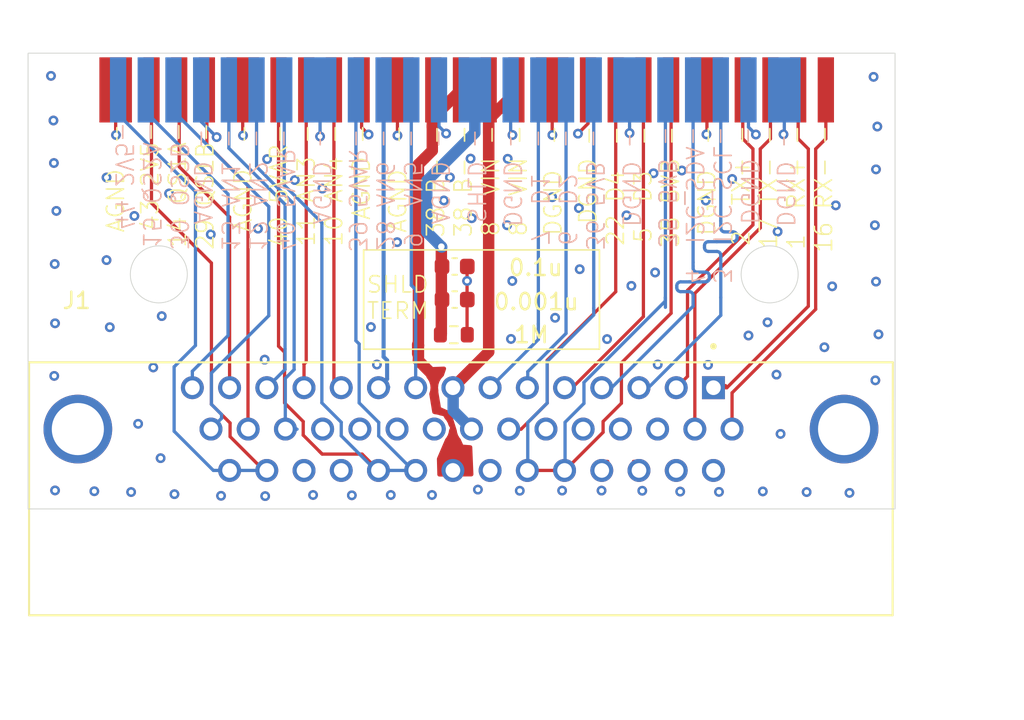
<source format=kicad_pcb>
(kicad_pcb (version 20240108) (generator "pcbnew") (generator_version "8.0")
  (layers (0 "F.Cu" signal) (1 "In1.Cu" signal) (2 "In2.Cu" signal) (31 "B.Cu" signal) (34 "B.Paste" user) (35 "F.Paste" user) (36 "B.SilkS" user "B.Silkscreen") (37 "F.SilkS" user "F.Silkscreen") (38 "B.Mask" user) (39 "F.Mask" user) (44 "Edge.Cuts" user))
  (net 0 "")
  (net 1 "QS2B-")
  (net 2 "DGND")
  (net 3 "D4")
  (net 4 "QS1B-")
  (net 5 "VIN")
  (net 7 "D3")
  (net 9 "AN6")
  (net 12 "AN1")
  (net 13 "AN3")
  (net 14 "RX-")
  (net 15 "AN4")
  (net 16 "5VAR")
  (net 19 "D1")
  (net 20 "5VBuck")
  (net 21 "AN2")
  (net 22 "AN5")
  (net 24 "TX-")
  (net 27 "D2")
  (net 28 "RX+")
  (net 29 "TX+")
  (net 31 "QS2A-")
  (net 32 "QS1A-")
  (net 33 "SHGND")
  (net 34 "AGND")
  (net 35 "B-")
  (net 36 "2V5AR")
  (net 37 "I2C_SCL")
  (net 38 "I2C_SDA")
  (footprint "Connector_Wire:1x5WirePadsBack" (layer "F.Cu") (at 181.4 56.85 180)
    (property "Reference" "J7" (hide yes))
    (property "Value" "Conn_01x05")
    (pad "1" smd rect (at -2.55 0 180) (size 1 4) (layers "B.Cu" "B.Paste" "B.Mask") (net 34 "AGND"))
    (pad "2" smd rect (at -0.85 0 180) (size 1 4) (layers "B.Cu" "B.Paste" "B.Mask") (net 22 "AN5"))
    (pad "3" smd rect (at 0.85 0 180) (size 1 4) (layers "B.Cu" "B.Paste" "B.Mask") (net 15 "AN4"))
    (pad "4" smd rect (at 2.55 0 180) (size 1 4) (layers "B.Cu" "B.Paste" "B.Mask") (net 16 "5VAR"))
    (pad "5" smd rect (at 0 0 180) (size 2 4) (layers "F.Cu" "F.Paste" "F.Mask") (net 34 "AGND"))
  )
  (footprint "Connector_Wire:1x7WirePads" (layer "F.Cu") (at 167.15 56.851)
    (property "Reference" "J4" (hide yes))
    (property "Value" "Conn_01x07")
    (pad "1" smd rect (at 2.55 0) (size 1 4) (layers "F.Cu" "F.Paste" "F.Mask") (net 4 "QS1B-"))
    (pad "2" smd rect (at 0.85 0) (size 1 4) (layers "F.Cu" "F.Paste" "F.Mask") (net 32 "QS1A-"))
    (pad "3" smd rect (at -0.85 0) (size 1 4) (layers "F.Cu" "F.Paste" "F.Mask") (net 36 "2V5AR"))
    (pad "4" smd rect (at 0.5 0) (size 1 4) (layers "B.Cu" "B.Paste" "B.Mask") (net 1 "QS2B-"))
    (pad "5" smd rect (at -1.2 0) (size 1 4) (layers "B.Cu" "B.Paste" "B.Mask") (net 31 "QS2A-"))
    (pad "6" smd rect (at -2.9 0) (size 1 4) (layers "B.Cu" "B.Paste" "B.Mask") (net 36 "2V5AR"))
    (pad "7" smd rect (at -3.05 0) (size 2 4) (layers "F.Cu" "F.Paste" "F.Mask") (net 34 "AGND"))
  )
  (footprint "Capacitor_SMD:C_0603_1608Metric" (layer "F.Cu") (at 184.912 69.723)
    (property "Reference" "C2" (hide yes))
    (property "Value" "0.001u" (at 5.008 0.137 0) (layer "F.SilkS"))
    (fp_line (start -0.14058 -0.51) (end 0.14058 -0.51) (stroke (width 0.12)) (layer "F.SilkS"))
    (fp_line (start -0.14058 0.51) (end 0.14058 0.51) (stroke (width 0.12)) (layer "F.SilkS"))
    (pad "1" smd roundrect (at -0.775 0) (size 0.9 0.95) (layers "F.Cu" "F.Paste" "F.Mask") (net 33 "SHGND"))
    (pad "2" smd roundrect (at 0.775 0) (size 0.9 0.95) (layers "F.Cu" "F.Paste" "F.Mask") (net 2 "DGND"))
  )
  (footprint "21xt_footprints:AMPHENOL_ICD44S13E4GX00LF" (layer "F.Cu") (at 185.2994 77.6732)
    (property "Reference" "J1" (at -23.59 -7.89 0) (layer "F.SilkS"))
    (property "Value" "Conn_01x44_Socket")
    (fp_line (start -26.515 -4.1) (end 26.515 -4.1) (stroke (width 0.127)) (layer "F.SilkS"))
    (fp_line (start -26.515 11.43) (end -26.515 -4.1) (stroke (width 0.127)) (layer "F.SilkS"))
    (fp_line (start 26.5 11.43) (end -26.515 11.43) (stroke (width 0.127)) (layer "F.SilkS"))
    (fp_line (start 26.515 -4.1) (end 26.5 11.43) (stroke (width 0.127)) (layer "F.SilkS"))
    (fp_circle (center 15.5 -5.08) (end 15.6 -5.08) (stroke (width 0.2)) (fill none) (layer "F.SilkS"))
    (pad "1" thru_hole rect (at 15.5 -2.54) (size 1.408 1.408) (drill 0.9) (layers "*.Cu" "*.Mask") (net 28 "RX+"))
    (pad "2" thru_hole circle (at 13.215 -2.54) (size 1.408 1.408) (drill 0.9) (layers "*.Cu" "*.Mask") (net 29 "TX+"))
    (pad "3" thru_hole circle (at 10.93 -2.54) (size 1.408 1.408) (drill 0.9) (layers "*.Cu" "*.Mask") (net 37 "I2C_SCL"))
    (pad "4" thru_hole circle (at 8.645 -2.54) (size 1.408 1.408) (drill 0.9) (layers "*.Cu" "*.Mask") (net 38 "I2C_SDA"))
    (pad "5" thru_hole circle (at 6.36 -2.54) (size 1.408 1.408) (drill 0.9) (layers "*.Cu" "*.Mask") (net 7 "D3"))
    (pad "6" thru_hole circle (at 4.075 -2.54) (size 1.408 1.408) (drill 0.9) (layers "*.Cu" "*.Mask") (net 27 "D2"))
    (pad "7" thru_hole circle (at 1.79 -2.54) (size 1.408 1.408) (drill 0.9) (layers "*.Cu" "*.Mask") (net 19 "D1"))
    (pad "8" thru_hole circle (at -0.495 -2.54) (size 1.408 1.408) (drill 0.9) (layers "*.Cu" "*.Mask") (net 5 "VIN"))
    (pad "9" thru_hole circle (at -2.78 -2.54) (size 1.408 1.408) (drill 0.9) (layers "*.Cu" "*.Mask") (net 22 "AN5"))
    (pad "10" thru_hole circle (at -5.065 -2.54) (size 1.408 1.408) (drill 0.9) (layers "*.Cu" "*.Mask") (net 15 "AN4"))
    (pad "11" thru_hole circle (at -7.35 -2.54) (size 1.408 1.408) (drill 0.9) (layers "*.Cu" "*.Mask") (net 13 "AN3"))
    (pad "12" thru_hole circle (at -9.635 -2.54) (size 1.408 1.408) (drill 0.9) (layers "*.Cu" "*.Mask") (net 21 "AN2"))
    (pad "13" thru_hole circle (at -11.92 -2.54) (size 1.408 1.408) (drill 0.9) (layers "*.Cu" "*.Mask") (net 12 "AN1"))
    (pad "14" thru_hole circle (at -14.205 -2.54) (size 1.408 1.408) (drill 0.9) (layers "*.Cu" "*.Mask") (net 32 "QS1A-"))
    (pad "15" thru_hole circle (at -16.49 -2.54) (size 1.408 1.408) (drill 0.9) (layers "*.Cu" "*.Mask") (net 31 "QS2A-"))
    (pad "16" thru_hole circle (at 16.6425 0) (size 1.408 1.408) (drill 0.9) (layers "*.Cu" "*.Mask") (net 14 "RX-"))
    (pad "17" thru_hole circle (at 14.3575 0) (size 1.408 1.408) (drill 0.9) (layers "*.Cu" "*.Mask") (net 24 "TX-"))
    (pad "18" thru_hole circle (at 12.0725 0) (size 1.408 1.408) (drill 0.9) (layers "*.Cu" "*.Mask"))
    (pad "19" thru_hole circle (at 9.7875 0) (size 1.408 1.408) (drill 0.9) (layers "*.Cu" "*.Mask"))
    (pad "20" thru_hole circle (at 7.5025 0) (size 1.408 1.408) (drill 0.9) (layers "*.Cu" "*.Mask"))
    (pad "21" thru_hole circle (at 5.2175 0) (size 1.408 1.408) (drill 0.9) (layers "*.Cu" "*.Mask"))
    (pad "22" thru_hole circle (at 2.9325 0) (size 1.408 1.408) (drill 0.9) (layers "*.Cu" "*.Mask") (net 3 "D4"))
    (pad "23" thru_hole circle (at 0.6475 0) (size 1.408 1.408) (drill 0.9) (layers "*.Cu" "*.Mask") (net 5 "VIN"))
    (pad "24" thru_hole circle (at -1.6375 0) (size 1.408 1.408) (drill 0.9) (layers "*.Cu" "*.Mask"))
    (pad "25" thru_hole circle (at -3.9225 0) (size 1.408 1.408) (drill 0.9) (layers "*.Cu" "*.Mask"))
    (pad "26" thru_hole circle (at -6.2075 0) (size 1.408 1.408) (drill 0.9) (layers "*.Cu" "*.Mask"))
    (pad "27" thru_hole circle (at -8.4925 0) (size 1.408 1.408) (drill 0.9) (layers "*.Cu" "*.Mask"))
    (pad "28" thru_hole circle (at -10.7775 0) (size 1.408 1.408) (drill 0.9) (layers "*.Cu" "*.Mask") (net 9 "AN6"))
    (pad "29" thru_hole circle (at -13.0625 0) (size 1.408 1.408) (drill 0.9) (layers "*.Cu" "*.Mask") (net 4 "QS1B-"))
    (pad "30" thru_hole circle (at -15.3475 0) (size 1.408 1.408) (drill 0.9) (layers "*.Cu" "*.Mask") (net 1 "QS2B-"))
    (pad "31" thru_hole circle (at 15.5 2.54) (size 1.408 1.408) (drill 0.9) (layers "*.Cu" "*.Mask"))
    (pad "32" thru_hole circle (at 13.215 2.54) (size 1.408 1.408) (drill 0.9) (layers "*.Cu" "*.Mask"))
    (pad "33" thru_hole circle (at 10.93 2.54) (size 1.408 1.408) (drill 0.9) (layers "*.Cu" "*.Mask") (net 2 "DGND"))
    (pad "34" thru_hole circle (at 8.645 2.54) (size 1.408 1.408) (drill 0.9) (layers "*.Cu" "*.Mask") (net 2 "DGND"))
    (pad "35" thru_hole circle (at 6.36 2.54) (size 1.408 1.408) (drill 0.9) (layers "*.Cu" "*.Mask") (net 20 "5VBuck"))
    (pad "36" thru_hole circle (at 4.075 2.54) (size 1.408 1.408) (drill 0.9) (layers "*.Cu" "*.Mask") (net 20 "5VBuck"))
    (pad "37" thru_hole circle (at 1.79 2.54) (size 1.408 1.408) (drill 0.9) (layers "*.Cu" "*.Mask") (net 2 "DGND"))
    (pad "38" thru_hole circle (at -0.495 2.54) (size 1.408 1.408) (drill 0.9) (layers "*.Cu" "*.Mask") (net 35 "B-"))
    (pad "39" thru_hole circle (at -2.78 2.54) (size 1.408 1.408) (drill 0.9) (layers "*.Cu" "*.Mask") (net 16 "5VAR"))
    (pad "40" thru_hole circle (at -5.065 2.54) (size 1.408 1.408) (drill 0.9) (layers "*.Cu" "*.Mask") (net 16 "5VAR"))
    (pad "41" thru_hole circle (at -7.35 2.54) (size 1.408 1.408) (drill 0.9) (layers "*.Cu" "*.Mask") (net 34 "AGND"))
    (pad "42" thru_hole circle (at -9.635 2.54) (size 1.408 1.408) (drill 0.9) (layers "*.Cu" "*.Mask") (net 34 "AGND"))
    (pad "43" thru_hole circle (at -11.92 2.54) (size 1.408 1.408) (drill 0.9) (layers "*.Cu" "*.Mask") (net 36 "2V5AR"))
    (pad "44" thru_hole circle (at -14.205 2.54) (size 1.408 1.408) (drill 0.9) (layers "*.Cu" "*.Mask") (net 36 "2V5AR"))
    (pad "S1" thru_hole circle (at -23.52 0) (size 4.216 4.216) (drill 3.2) (layers "*.Cu" "*.Mask"))
    (pad "S2" thru_hole circle (at 23.52 0) (size 4.216 4.216) (drill 3.2) (layers "*.Cu" "*.Mask"))
  )
  (footprint "Connector_Wire:1x5WirePadsBack" (layer "F.Cu") (at 171.9 56.85 180)
    (property "Reference" "J9" (hide yes))
    (property "Value" "Conn_01x05")
    (pad "1" smd rect (at -2.55 0 180) (size 1 4) (layers "B.Cu" "B.Paste" "B.Mask") (net 16 "5VAR"))
    (pad "2" smd rect (at -0.85 0 180) (size 1 4) (layers "B.Cu" "B.Paste" "B.Mask") (net 9 "AN6"))
    (pad "3" smd rect (at 0.85 0 180) (size 1 4) (layers "B.Cu" "B.Paste" "B.Mask") (net 12 "AN1"))
    (pad "4" smd rect (at 2.55 0 180) (size 1 4) (layers "B.Cu" "B.Paste" "B.Mask") (net 34 "AGND"))
    (pad "5" smd rect (at 0 0 180) (size 2 4) (layers "F.Cu" "F.Paste" "F.Mask") (net 34 "AGND"))
  )
  (footprint "Connector_Wire:1x5WirePadsFront" (layer "F.Cu") (at 195.65 56.85 180)
    (property "Reference" "J6" (hide yes))
    (property "Value" "Conn_01x05")
    (pad "1" smd rect (at -2.55 0 180) (size 1 4) (layers "F.Cu" "F.Paste" "F.Mask") (net 20 "5VBuck"))
    (pad "2" smd rect (at -0.85 0 180) (size 1 4) (layers "F.Cu" "F.Paste" "F.Mask") (net 7 "D3"))
    (pad "3" smd rect (at 0.85 0 180) (size 1 4) (layers "F.Cu" "F.Paste" "F.Mask") (net 3 "D4"))
    (pad "4" smd rect (at 2.55 0 180) (size 1 4) (layers "F.Cu" "F.Paste" "F.Mask") (net 2 "DGND"))
    (pad "5" smd rect (at 0 0 180) (size 2 4) (layers "B.Cu" "B.Paste" "B.Mask") (net 2 "DGND"))
  )
  (footprint "Connector_Wire:1x5WirePadsBack" (layer "F.Cu") (at 190.9 56.85 180)
    (property "Reference" "J5" (hide yes))
    (property "Value" "Conn_01x05")
    (pad "1" smd rect (at -2.55 0 180) (size 1 4) (layers "B.Cu" "B.Paste" "B.Mask") (net 20 "5VBuck"))
    (pad "2" smd rect (at -0.85 0 180) (size 1 4) (layers "B.Cu" "B.Paste" "B.Mask") (net 27 "D2"))
    (pad "3" smd rect (at 0.85 0 180) (size 1 4) (layers "B.Cu" "B.Paste" "B.Mask") (net 19 "D1"))
    (pad "4" smd rect (at 2.55 0 180) (size 1 4) (layers "B.Cu" "B.Paste" "B.Mask") (net 2 "DGND"))
    (pad "5" smd rect (at 0 0 180) (size 2 4) (layers "F.Cu" "F.Paste" "F.Mask") (net 2 "DGND"))
  )
  (footprint "Resistor_SMD:R_0603_1608Metric" (layer "F.Cu") (at 184.862 71.882 180)
    (property "Reference" "R1" (hide yes))
    (property "Value" "1M" (at -4.762 0 0) (layer "F.SilkS"))
    (fp_line (start -0.237258 0.5225) (end 0.237258 0.5225) (stroke (width 0.12)) (layer "F.SilkS"))
    (fp_line (start -0.237258 -0.5225) (end 0.237258 -0.5225) (stroke (width 0.12)) (layer "F.SilkS"))
    (pad "1" smd roundrect (at -0.825 0 180) (size 0.8 0.95) (layers "F.Cu" "F.Paste" "F.Mask") (net 2 "DGND"))
    (pad "2" smd roundrect (at 0.825 0 180) (size 0.8 0.95) (layers "F.Cu" "F.Paste" "F.Mask") (net 33 "SHGND"))
  )
  (footprint "Capacitor_SMD:C_0603_1608Metric" (layer "F.Cu") (at 184.912 67.691 180)
    (property "Reference" "C1" (hide yes))
    (property "Value" "0.1u" (at -4.978 -0.069 0) (layer "F.SilkS"))
    (fp_line (start -0.14058 0.51) (end 0.14058 0.51) (stroke (width 0.12)) (layer "F.SilkS"))
    (fp_line (start -0.14058 -0.51) (end 0.14058 -0.51) (stroke (width 0.12)) (layer "F.SilkS"))
    (pad "1" smd roundrect (at -0.775 0 180) (size 0.9 0.95) (layers "F.Cu" "F.Paste" "F.Mask") (net 2 "DGND"))
    (pad "2" smd roundrect (at 0.775 0 180) (size 0.9 0.95) (layers "F.Cu" "F.Paste" "F.Mask") (net 33 "SHGND"))
  )
  (footprint "Connector_Wire:1x5WirePadsBack" (layer "F.Cu") (at 200.4 56.85 180)
    (property "Reference" "J3" (hide yes))
    (property "Value" "Conn_01x05")
    (pad "1" smd rect (at -2.55 0 180) (size 1 4) (layers "B.Cu" "B.Paste" "B.Mask") (net 2 "DGND"))
    (pad "2" smd rect (at -0.85 0 180) (size 1 4) (layers "B.Cu" "B.Paste" "B.Mask") (net 37 "I2C_SCL"))
    (pad "3" smd rect (at 0.85 0 180) (size 1 4) (layers "B.Cu" "B.Paste" "B.Mask") (net 38 "I2C_SDA"))
    (pad "4" smd rect (at 2.55 0 180) (size 1 4) (layers "B.Cu" "B.Paste" "B.Mask") (net 20 "5VBuck"))
    (pad "5" smd rect (at 0 0 180) (size 2 4) (layers "F.Cu" "F.Paste" "F.Mask") (net 2 "DGND"))
  )
  (footprint "Connector_Wire:1x5WirePadsFront" (layer "F.Cu") (at 176.65 56.85 180)
    (property "Reference" "J8" (hide yes))
    (property "Value" "Conn_01x05")
    (pad "1" smd rect (at -2.55 0 180) (size 1 4) (layers "F.Cu" "F.Paste" "F.Mask") (net 34 "AGND"))
    (pad "2" smd rect (at -0.85 0 180) (size 1 4) (layers "F.Cu" "F.Paste" "F.Mask") (net 13 "AN3"))
    (pad "3" smd rect (at 0.85 0 180) (size 1 4) (layers "F.Cu" "F.Paste" "F.Mask") (net 21 "AN2"))
    (pad "4" smd rect (at 2.55 0 180) (size 1 4) (layers "F.Cu" "F.Paste" "F.Mask") (net 16 "5VAR"))
    (pad "5" smd rect (at 0 0 180) (size 2 4) (layers "B.Cu" "B.Paste" "B.Mask") (net 34 "AGND"))
  )
  (footprint "Connector_Wire:1x5WirePadsFront" (layer "F.Cu") (at 205.15 56.85 180)
    (property "Reference" "J2" (hide yes))
    (property "Value" "Conn_01x05")
    (pad "1" smd rect (at -2.55 0 180) (size 1 4) (layers "F.Cu" "F.Paste" "F.Mask") (net 14 "RX-"))
    (pad "2" smd rect (at -0.85 0 180) (size 1 4) (layers "F.Cu" "F.Paste" "F.Mask") (net 28 "RX+"))
    (pad "3" smd rect (at 0.85 0 180) (size 1 4) (layers "F.Cu" "F.Paste" "F.Mask") (net 24 "TX-"))
    (pad "4" smd rect (at 2.55 0 180) (size 1 4) (layers "F.Cu" "F.Paste" "F.Mask") (net 29 "TX+"))
    (pad "5" smd rect (at 0 0 180) (size 2 4) (layers "B.Cu" "B.Paste" "B.Mask") (net 2 "DGND"))
  )
  (footprint "Connector_Wire:1x5WirePadsFront" (layer "F.Cu") (at 186.15 56.85 180)
    (property "Reference" "J10" (hide yes))
    (property "Value" "Conn_01x05")
    (pad "1" smd rect (at -2.55 0 180) (size 1 4) (layers "F.Cu" "F.Paste" "F.Mask") (net 5 "VIN"))
    (pad "2" smd rect (at -0.85 0 180) (size 1 4) (layers "F.Cu" "F.Paste" "F.Mask") (net 5 "VIN"))
    (pad "3" smd rect (at 0.85 0 180) (size 1 4) (layers "F.Cu" "F.Paste" "F.Mask") (net 35 "B-"))
    (pad "4" smd rect (at 2.55 0 180) (size 1 4) (layers "F.Cu" "F.Paste" "F.Mask") (net 35 "B-"))
    (pad "5" smd rect (at 0 0 180) (size 2 4) (layers "B.Cu" "B.Paste" "B.Mask") (net 33 "SHGND"))
  )
  (gr_rect (start 179.324 66.675) (end 193.802 72.771) (stroke (width 0.1)) (fill none) (layer "F.SilkS"))
  (gr_rect (start 158.725 54.5972) (end 211.95 82.575) (stroke (width 0.05)) (fill none) (layer "Edge.Cuts"))
  (gr_circle (center 166.75 68.175) (end 168.5 68.175) (stroke (width 0.05)) (fill none) (layer "Edge.Cuts"))
  (gr_circle (center 204.25 68.175) (end 206 68.175) (stroke (width 0.05)) (fill none) (layer "Edge.Cuts"))
  (gr_text "AGND -\n9  AN5 -\n28 AN6 -\n39 5VAR-" (at 178.325 59.15 270) (layer "B.SilkS") (effects (font (size 1.05 1) (thickness 0.1)) (justify right bottom mirror)))
  (gr_text "40 5VAR-\n12 AN2 -\n13 AN1 -\nAGND -" (at 168.825 59.15 270) (layer "B.SilkS") (effects (font (size 1.05 1) (thickness 0.1)) (justify right bottom mirror)))
  (gr_text "30 QS2B-\n15 QS2A-\n44 2V5-" (at 164 58.75 270) (layer "B.SilkS") (effects (font (size 1.05 1) (thickness 0.1)) (justify right bottom mirror)))
  (gr_text "36 5VB -\n6  D2  -\n7  D1  -\nDGND -" (at 187.825 59.15 270) (layer "B.SilkS") (effects (font (size 1.05 1) (thickness 0.1)) (justify right bottom mirror)))
  (gr_text "DGND -" (at 195.125 59.15 270) (layer "B.SilkS") (effects (font (size 1.05 1) (thickness 0.1)) (justify right bottom mirror)))
  (gr_text "AGND -" (at 176.125 59.15 270) (layer "B.SilkS") (effects (font (size 1.05 1) (thickness 0.1)) (justify right bottom mirror)))
  (gr_text "DGND -\n3  I2C_SCL-\n4  I2C_SDA-\n35 5VB -" (at 197.325 59 270) (layer "B.SilkS") (effects (font (size 1.05 1) (thickness 0.1)) (justify right bottom mirror)))
  (gr_text "SHLD -" (at 185.625 59.15 270) (layer "B.SilkS") (effects (font (size 1.05 1) (thickness 0.1)) (justify right bottom mirror)))
  (gr_text "DGND -" (at 204.6 59.15 270) (layer "B.SilkS") (effects (font (size 1.05 1) (thickness 0.1)) (justify right bottom mirror)))
  (gr_text "DGND -\n22 D4  -\n5  D3  -\n35 5VB -" (at 198.7804 58.9788 90) (layer "F.SilkS") (effects (font (size 1.05 1) (thickness 0.1)) (justify right bottom)))
  (gr_text "AGND  -\n\n" (at 183.7266 58.8948 90) (layer "F.SilkS") (effects (font (size 1.05 1) (thickness 0.1)) (justify right bottom)))
  (gr_text "AGND  -\n\n" (at 174.2266 58.8698 90) (layer "F.SilkS") (effects (font (size 1.05 1) (thickness 0.1)) (justify right bottom)))
  (gr_text "\nAGND  -\n\n" (at 166.4016 58.8698 90) (layer "F.SilkS") (effects (font (size 1.05 1) (thickness 0.1)) (justify right bottom)))
  (gr_text "43 2V5-\n14 QS1A-\n29 QS1B-\n" (at 170.2 58.75 90) (layer "F.SilkS") (effects (font (size 1.05 1) (thickness 0.1)) (justify right bottom)))
  (gr_text "38 B- -\n38 B- -\n8  VIN -\n8  VIN -" (at 189.4332 58.928 90) (layer "F.SilkS") (effects (font (size 1.05 1) (thickness 0.1)) (justify right bottom)))
  (gr_text "DGND  -" (at 191.5668 58.928 90) (layer "F.SilkS") (effects (font (size 1.05 1) (thickness 0.1)) (justify right bottom)))
  (gr_text "40 5VAR-\n11 AN3 -\n10 AN4 -\nAGND -" (at 179.8016 58.8698 90) (layer "F.SilkS") (effects (font (size 1.05 1) (thickness 0.1)) (justify right bottom)))
  (gr_text "DGND  -" (at 201.0156 58.928 90) (layer "F.SilkS") (effects (font (size 1.05 1) (thickness 0.1)) (justify right bottom)))
  (gr_text "2  TX+ -\n17 TX- -\n1  RX+ -\n16 RX- -" (at 208.1784 58.928 90) (layer "F.SilkS") (effects (font (size 1.05 1) (thickness 0.1)) (justify right bottom)))
  (gr_text "SHLD\nTERM" (at 179.451 70.993 0) (layer "F.SilkS") (effects (font (size 1 1) (thickness 0.1)) (justify left bottom)))
  (segment (start 170.6 77.015) (end 170.6 76.775635) (width 0.2) (layer "B.Cu") (net 1))
  (segment (start 170.6 76.775635) (end 169.98 76.155635) (width 0.2) (layer "B.Cu") (net 1))
  (segment (start 173.5 70.7136) (end 173.5 64.012744) (width 0.2) (layer "B.Cu") (net 1))
  (segment (start 169.98 74.2336) (end 173.5 70.7136) (width 0.2) (layer "B.Cu") (net 1))
  (segment (start 169.935 77.68) (end 170.6 77.015) (width 0.2) (layer "B.Cu") (net 1))
  (segment (start 169.98 76.155635) (end 169.98 74.2336) (width 0.2) (layer "B.Cu") (net 1))
  (segment (start 173.5 64.012744) (end 167.65 58.162744) (width 0.2) (layer "B.Cu") (net 1))
  (segment (start 167.65 58.162744) (end 167.65 56.851) (width 0.2) (layer "B.Cu") (net 1))
  (segment (start 190.91 59.62) (end 190.9 59.61) (width 0.2) (layer "F.Cu") (net 2))
  (segment (start 200.4 56.85) (end 200.4 59.55) (width 0.2) (layer "F.Cu") (net 2))
  (segment (start 200.4 59.55) (end 200.37 59.58) (width 0.2) (layer "F.Cu") (net 2))
  (segment (start 196.27 79.66) (end 195.89 79.66) (width 0.2) (layer "F.Cu") (net 2))
  (segment (start 185.674 69.596) (end 185.674 71.755) (width 0.2) (layer "F.Cu") (net 2))
  (segment (start 190.9 59.61) (end 190.9 56.85) (width 0.2) (layer "F.Cu") (net 2))
  (segment (start 185.674 69.596) (end 185.674 68.58) (width 0.2) (layer "F.Cu") (net 2))
  (segment (start 193.1 56.85) (end 193.1 58.9188) (width 0.2) (layer "F.Cu") (net 2))
  (segment (start 193.1 58.9188) (end 192.4812 59.5376) (width 0.2) (layer "F.Cu") (net 2))
  (segment (start 193.98 79.66) (end 194.31 79.66) (width 0.2) (layer "F.Cu") (net 2))
  (segment (start 185.674 68.58) (end 185.674 67.564) (width 0.2) (layer "F.Cu") (net 2))
  (via (at 208.09 68.91) (size 0.6) (drill 0.3) (layers "F.Cu" "B.Cu") (net 2))
  (via (at 190.9 63.44) (size 0.6) (drill 0.3) (layers "F.Cu" "B.Cu") (net 2))
  (via (at 210.74 74.68) (size 0.6) (drill 0.3) (layers "F.Cu" "B.Cu") (net 2))
  (via (at 200.33 63.64) (size 0.6) (drill 0.3) (layers "F.Cu" "B.Cu") (net 2))
  (via (at 210.63 56.05) (size 0.6) (drill 0.3) (layers "F.Cu" "B.Cu") (net 2))
  (via (at 210.71 65.16) (size 0.6) (drill 0.3) (layers "F.Cu" "B.Cu") (net 2))
  (via (at 185.674 68.58) (size 0.6) (drill 0.3) (layers "F.Cu" "B.Cu") (net 2))
  (via (at 192.4812 59.5376) (size 0.6) (drill 0.3) (layers "F.Cu" "B.Cu") (net 2))
  (via (at 204.67 74.33) (size 0.6) (drill 0.3) (layers "F.Cu" "B.Cu") (net 2))
  (via (at 205.1 59.58) (size 0.6) (drill 0.3) (layers "F.Cu" "B.Cu") (net 2))
  (via (at 197.12 61.97) (size 0.6) (drill 0.3) (layers "F.Cu" "B.Cu") (net 2))
  (via (at 200.37 59.58) (size 0.6) (drill 0.3) (layers "F.Cu" "B.Cu") (net 2))
  (via (at 185.89 61.07) (size 0.6) (drill 0.3) (layers "F.Cu" "B.Cu") (net 2))
  (via (at 188.37 72.14) (size 0.6) (drill 0.3) (layers "F.Cu" "B.Cu") (net 2))
  (via (at 204.74 65.55) (size 0.6) (drill 0.3) (layers "F.Cu" "B.Cu") (net 2))
  (via (at 204.12 71.12) (size 0.6) (drill 0.3) (layers "F.Cu" "B.Cu") (net 2))
  (via (at 204.92 77.97) (size 0.6) (drill 0.3) (layers "F.Cu" "B.Cu") (net 2))
  (via (at 206.52 81.54) (size 0.6) (drill 0.3) (layers "F.Cu" "B.Cu") (net 2))
  (via (at 195.65 59.5) (size 0.6) (drill 0.3) (layers "F.Cu" "B.Cu") (net 2))
  (via (at 210.78 61.73) (size 0.6) (drill 0.3) (layers "F.Cu" "B.Cu") (net 2))
  (via (at 188.13 65.16) (size 0.6) (drill 0.3) (layers "F.Cu" "B.Cu") (net 2))
  (via (at 197.22 68.06) (size 0.6) (drill 0.3) (layers "F.Cu" "B.Cu") (net 2))
  (via (at 194.27 72.15) (size 0.6) (drill 0.3) (layers "F.Cu" "B.Cu") (net 2))
  (via (at 198.86 61.8) (size 0.6) (drill 0.3) (layers "F.Cu" "B.Cu") (net 2))
  (via (at 191.08 70.84) (size 0.6) (drill 0.3) (layers "F.Cu" "B.Cu") (net 2))
  (via (at 192.54 64.11) (size 0.6) (drill 0.3) (layers "F.Cu" "B.Cu") (net 2))
  (via (at 198.76 81.51) (size 0.6) (drill 0.3) (layers "F.Cu" "B.Cu") (net 2))
  (via (at 197.38 73.71) (size 0.6) (drill 0.3) (layers "F.Cu" "B.Cu") (net 2))
  (via (at 210.93 71.86) (size 0.6) (drill 0.3) (layers "F.Cu" "B.Cu") (net 2))
  (via (at 209.15 81.59) (size 0.6) (drill 0.3) (layers "F.Cu" "B.Cu") (net 2))
  (via (at 196.43 81.46) (size 0.6) (drill 0.3) (layers "F.Cu" "B.Cu") (net 2))
  (via (at 210.86 59.1) (size 0.6) (drill 0.3) (layers "F.Cu" "B.Cu") (net 2))
  (via (at 185.96 64.73) (size 0.6) (drill 0.3) (layers "F.Cu" "B.Cu") (net 2))
  (via (at 193.93 81.45) (size 0.6) (drill 0.3) (layers "F.Cu" "B.Cu") (net 2))
  (via (at 188.46 59.62) (size 0.6) (drill 0.3) (layers "F.Cu" "B.Cu") (net 2))
  (via (at 186.34 81.39) (size 0.6) (drill 0.3) (layers "F.Cu" "B.Cu") (net 2))
  (via (at 190.91 59.62) (size 0.6) (drill 0.3) (layers "F.Cu" "B.Cu") (net 2))
  (via (at 202.95 71.93) (size 0.6) (drill 0.3) (layers "F.Cu" "B.Cu") (net 2))
  (via (at 203.4032 59.5884) (size 0.6) (drill 0.3) (layers "F.Cu" "B.Cu") (net 2))
  (via (at 203.83 81.5) (size 0.6) (drill 0.3) (layers "F.Cu" "B.Cu") (net 2))
  (via (at 201.14 81.53) (size 0.6) (drill 0.3) (layers "F.Cu" "B.Cu") (net 2))
  (via (at 192.59 67.86) (size 0.6) (drill 0.3) (layers "F.Cu" "B.Cu") (net 2))
  (via (at 195.46 64.55) (size 0.6) (drill 0.3) (layers "F.Cu" "B.Cu") (net 2))
  (via (at 201.95 62.32) (size 0.6) (drill 0.3) (layers "F.Cu" "B.Cu") (net 2))
  (via (at 210.78 68.62) (size 0.6) (drill 0.3) (layers "F.Cu" "B.Cu") (net 2))
  (via (at 188.17 61.08) (size 0.6) (drill 0.3) (layers "F.Cu" "B.Cu") (net 2))
  (via (at 195.76 68.88) (size 0.6) (drill 0.3) (layers "F.Cu" "B.Cu") (net 2))
  (via (at 207.61 72.65) (size 0.6) (drill 0.3) (layers "F.Cu" "B.Cu") (net 2))
  (via (at 188.91 81.46) (size 0.6) (drill 0.3) (layers "F.Cu" "B.Cu") (net 2))
  (via (at 208.31 63.94) (size 0.6) (drill 0.3) (layers "F.Cu" "B.Cu") (net 2))
  (via (at 191.51 81.45) (size 0.6) (drill 0.3) (layers "F.Cu" "B.Cu") (net 2))
  (via (at 188.45 68.58) (size 0.6) (drill 0.3) (layers "F.Cu" "B.Cu") (net 2))
  (via (at 200.47 73.73) (size 0.6) (drill 0.3) (layers "F.Cu" "B.Cu") (net 2))
  (segment (start 195.65 59.4168) (end 195.65 59.5) (width 0.2) (layer "B.Cu") (net 2))
  (segment (start 205.15 59.53) (end 205.1 59.58) (width 0.2) (layer "B.Cu") (net 2))
  (segment (start 195.65 59.4168) (end 195.65 56.85) (width 0.2) (layer "B.Cu") (net 2))
  (segment (start 188.35 59.51) (end 188.46 59.62) (width 0.2) (layer "B.Cu") (net 2))
  (segment (start 205.15 56.85) (end 205.15 59.53) (width 0.2) (layer "B.Cu") (net 2))
  (segment (start 188.35 56.85) (end 188.35 59.51) (width 0.2) (layer "B.Cu") (net 2))
  (segment (start 202.95 59.1352) (end 203.4032 59.5884) (width 0.2) (layer "B.Cu") (net 2))
  (segment (start 202.95 56.85) (end 202.95 59.1352) (width 0.2) (layer "B.Cu") (net 2))
  (segment (start 190.59 76.079365) (end 188.989365 77.68) (width 0.2) (layer "F.Cu") (net 3))
  (segment (start 194.8 56.85) (end 194.8 69.2404) (width 0.2) (layer "F.Cu") (net 3))
  (segment (start 190.59 73.4504) (end 190.59 76.079365) (width 0.2) (layer "F.Cu") (net 3))
  (segment (start 194.8 69.2404) (end 190.59 73.4504) (width 0.2) (layer "F.Cu") (net 3))
  (segment (start 188.989365 77.68) (end 188.255 77.68) (width 0.2) (layer "F.Cu") (net 3))
  (segment (start 169.7 60.2) (end 172.225 62.725) (width 0.2) (layer "F.Cu") (net 4))
  (segment (start 172.225 62.725) (end 172.225 77.68) (width 0.2) (layer "F.Cu") (net 4))
  (segment (start 169.7 56.851) (end 169.7 60.2) (width 0.2) (layer "F.Cu") (net 4))
  (segment (start 188.7 56.85) (end 188.7 56.96) (width 0.7) (layer "F.Cu") (net 5))
  (segment (start 187 58.66) (end 187 59.49) (width 0.7) (layer "F.Cu") (net 5))
  (segment (start 187 63.5) (end 187 56.85) (width 0.7) (layer "F.Cu") (net 5))
  (segment (start 187 63.5) (end 187 59.49) (width 0.7) (layer "F.Cu") (net 5))
  (segment (start 188.7 56.96) (end 187 58.66) (width 0.7) (layer "F.Cu") (net 5))
  (segment (start 187 72.9376) (end 184.8044 75.1332) (width 0.7) (layer "F.Cu") (net 5))
  (segment (start 187 72.5932) (end 187 72.9376) (width 0.7) (layer "F.Cu") (net 5))
  (segment (start 187 72.5932) (end 187 63.5) (width 0.7) (layer "F.Cu") (net 5))
  (segment (start 187 59.49) (end 187 58.55) (width 0.7) (layer "F.Cu") (net 5))
  (segment (start 184.82 76.535) (end 184.82 75.7) (width 0.7) (layer "B.Cu") (net 5))
  (segment (start 185.965 77.68) (end 184.82 76.535) (width 0.7) (layer "B.Cu") (net 5))
  (segment (start 196.5 56.85) (end 196.5 70.768529) (width 0.2) (layer "F.Cu") (net 7))
  (segment (start 192.135329 75.1332) (end 191.6594 75.1332) (width 0.2) (layer "F.Cu") (net 7))
  (segment (start 196.5 70.768529) (end 192.135329 75.1332) (width 0.2) (layer "F.Cu") (net 7))
  (segment (start 175.0568 74.021486) (end 175.0568 63.872486) (width 0.2) (layer "B.Cu") (net 9))
  (segment (start 172.75 61.565686) (end 172.75 56.85) (width 0.2) (layer "B.Cu") (net 9))
  (segment (start 175.235635 77.68) (end 174.515 77.68) (width 0.2) (layer "B.Cu") (net 9))
  (segment (start 175.0568 63.872486) (end 172.75 61.565686) (width 0.2) (layer "B.Cu") (net 9))
  (segment (start 174.515 74.563286) (end 175.0568 74.021486) (width 0.2) (layer "B.Cu") (net 9))
  (segment (start 174.515 77.68) (end 174.515 74.563286) (width 0.2) (layer "B.Cu") (net 9))
  (segment (start 171.05 60.431372) (end 171.05 56.85) (width 0.2) (layer "B.Cu") (net 12))
  (segment (start 174.5 72.7456) (end 174.5 63.881372) (width 0.2) (layer "B.Cu") (net 12))
  (segment (start 173.3794 75.1332) (end 174.5 74.0126) (width 0.2) (layer "B.Cu") (net 12))
  (segment (start 174.5 74.0126) (end 174.5 72.7456) (width 0.2) (layer "B.Cu") (net 12))
  (segment (start 174.5 63.881372) (end 171.05 60.431372) (width 0.2) (layer "B.Cu") (net 12))
  (segment (start 177.5 56.85) (end 177.5 74.6838) (width 0.2) (layer "F.Cu") (net 13))
  (segment (start 177.5 74.6838) (end 177.9494 75.1332) (width 0.2) (layer "F.Cu") (net 13))
  (segment (start 177.5 75.25) (end 177.95 75.7) (width 0.25) (layer "F.Cu") (net 13))
  (segment (start 207.075 60.475001) (end 207.075 70.318299) (width 0.2) (layer "F.Cu") (net 14))
  (segment (start 207.7 56.85) (end 207.7 59.850001) (width 0.2) (layer "F.Cu") (net 14))
  (segment (start 207.075 70.318299) (end 201.9419 75.451399) (width 0.2) (layer "F.Cu") (net 14))
  (segment (start 201.9419 75.451399) (end 201.9419 77.6732) (width 0.2) (layer "F.Cu") (net 14))
  (segment (start 207.7 59.850001) (end 207.075 60.475001) (width 0.2) (layer "F.Cu") (net 14))
  (segment (start 180.765 74.6026) (end 180.2344 75.1332) (width 0.25) (layer "B.Cu") (net 15))
  (segment (start 180.765 73.451116) (end 180.765 74.6026) (width 0.25) (layer "B.Cu") (net 15))
  (segment (start 180.55 56.85) (end 180.55 73.236116) (width 0.25) (layer "B.Cu") (net 15))
  (segment (start 180.55 73.236116) (end 180.765 73.451116) (width 0.25) (layer "B.Cu") (net 15))
  (segment (start 180.24 75.7) (end 180.838058 75.101942) (width 0.25) (layer "B.Cu") (net 15))
  (segment (start 176.597483 79.028117) (end 175.615 78.045635) (width 0.2) (layer "F.Cu") (net 16))
  (segment (start 176.778566 79.2092) (end 176.597483 79.028117) (width 0.2) (layer "F.Cu") (net 16))
  (segment (start 174.1 72.584365) (end 174.1 56.85) (width 0.2) (layer "F.Cu") (net 16))
  (segment (start 179.2304 79.2092) (end 176.778566 79.2092) (width 0.2) (layer "F.Cu") (net 16))
  (segment (start 180.2344 80.2132) (end 179.2304 79.2092) (width 0.2) (layer "F.Cu") (net 16))
  (segment (start 174.47 72.954365) (end 174.1 72.584365) (width 0.2) (layer "F.Cu") (net 16))
  (segment (start 175.615 78.045635) (end 175.615 77.210635) (width 0.2) (layer "F.Cu") (net 16))
  (segment (start 174.47 76.065635) (end 174.47 72.954365) (width 0.2) (layer "F.Cu") (net 16))
  (segment (start 176.76 79.190635) (end 176.597483 79.028117) (width 0.2) (layer "F.Cu") (net 16))
  (segment (start 175.615 77.210635) (end 174.47 76.065635) (width 0.2) (layer "F.Cu") (net 16))
  (segment (start 174.45 62.7) (end 174.45 56.85) (width 0.2) (layer "B.Cu") (net 16))
  (segment (start 179.05 76.065635) (end 179.05 72.45) (width 0.2) (layer "B.Cu") (net 16))
  (segment (start 180.25 78.100635) (end 180.25 77.265635) (width 0.2) (layer "B.Cu") (net 16))
  (segment (start 180.072565 80.2132) (end 180.2344 80.2132) (width 0.2) (layer "B.Cu") (net 16))
  (segment (start 180.2344 80.2132) (end 182.5194 80.2132) (width 0.2) (layer "B.Cu") (net 16))
  (segment (start 182.362565 80.2132) (end 182.5194 80.2132) (width 0.2) (layer "B.Cu") (net 16))
  (segment (start 177.95 77.255635) (end 176.76 76.065635) (width 0.2) (layer "B.Cu") (net 16))
  (segment (start 180.25 77.265635) (end 179.05 76.065635) (width 0.2) (layer "B.Cu") (net 16))
  (segment (start 177.95 78.090635) (end 180.072565 80.2132) (width 0.2) (layer "B.Cu") (net 16))
  (segment (start 178.85 72.25) (end 179.05 72.45) (width 0.2) (layer "B.Cu") (net 16))
  (segment (start 178.85 56.85) (end 178.85 72.25) (width 0.2) (layer "B.Cu") (net 16))
  (segment (start 176.76 76.065635) (end 176.76 65.01) (width 0.2) (layer "B.Cu") (net 16))
  (segment (start 176.76 65.01) (end 174.45 62.7) (width 0.2) (layer "B.Cu") (net 16))
  (segment (start 180.25 78.100635) (end 182.362565 80.2132) (width 0.2) (layer "B.Cu") (net 16))
  (segment (start 177.95 78.090635) (end 177.95 77.255635) (width 0.2) (layer "B.Cu") (net 16))
  (segment (start 190.05 71.2216) (end 190.05 56.85) (width 0.2) (layer "B.Cu") (net 19))
  (segment (start 190.05 72.1726) (end 190.05 71.2216) (width 0.2) (layer "B.Cu") (net 19))
  (segment (start 187.0894 75.1332) (end 190.05 72.1726) (width 0.2) (layer "B.Cu") (net 19))
  (segment (start 189.3744 80.2132) (end 191.6594 80.2132) (width 0.2) (layer "F.Cu") (net 20))
  (segment (start 194.025 77.869971) (end 194.025 77.210635) (width 0.2) (layer "F.Cu") (net 20))
  (segment (start 191.681771 80.2132) (end 194.025 77.869971) (width 0.2) (layer "F.Cu") (net 20))
  (segment (start 191.6594 80.2132) (end 191.681771 80.2132) (width 0.2) (layer "F.Cu") (net 20))
  (segment (start 195.15 76.085635) (end 195.15 73.6112) (width 0.2) (layer "F.Cu") (net 20))
  (segment (start 198.2 70.5612) (end 198.2 56.85) (width 0.2) (layer "F.Cu") (net 20))
  (segment (start 195.15 73.6112) (end 198.2 70.5612) (width 0.2) (layer "F.Cu") (net 20))
  (segment (start 194.025 77.210635) (end 195.15 76.085635) (width 0.2) (layer "F.Cu") (net 20))
  (segment (start 197.85 69.596) (end 197.85 69.807729) (width 0.2) (layer "B.Cu") (net 20))
  (segment (start 197.85 69.807729) (end 192.85 74.807729) (width 0.2) (layer "B.Cu") (net 20))
  (segment (start 197.85 69.596) (end 197.85 56.85) (width 0.2) (layer "B.Cu") (net 20))
  (segment (start 190.59 73.525686) (end 193.45 70.665686) (width 0.2) (layer "B.Cu") (net 20))
  (segment (start 190.59 76.079365) (end 190.59 73.525686) (width 0.2) (layer "B.Cu") (net 20))
  (segment (start 193.45 70.665686) (end 193.45 70.2564) (width 0.2) (layer "B.Cu") (net 20))
  (segment (start 191.69 77.255635) (end 191.69 79.66) (width 0.2) (layer "B.Cu") (net 20))
  (segment (start 189.4 77.269365) (end 190.59 76.079365) (width 0.2) (layer "B.Cu") (net 20))
  (segment (start 197.85 70.2) (end 197.85 69.596) (width 0.2) (layer "B.Cu") (net 20))
  (segment (start 192.85 76.095635) (end 191.69 77.255635) (width 0.2) (layer "B.Cu") (net 20))
  (segment (start 192.85 74.807729) (end 192.85 76.095635) (width 0.2) (layer "B.Cu") (net 20))
  (segment (start 193.45 70.2564) (end 193.45 56.85) (width 0.2) (layer "B.Cu") (net 20))
  (segment (start 189.4 79.66) (end 189.4 77.269365) (width 0.2) (layer "B.Cu") (net 20))
  (segment (start 175.8 73.55) (end 175.66 73.69) (width 0.2) (layer "F.Cu") (net 21))
  (segment (start 175.8 73.55) (end 175.8 56.85) (width 0.2) (layer "F.Cu") (net 21))
  (segment (start 175.66 73.69) (end 175.6644 73.6944) (width 0.2) (layer "F.Cu") (net 21))
  (segment (start 175.6644 73.6944) (end 175.6644 75.1332) (width 0.2) (layer "F.Cu") (net 21))
  (segment (start 182.5194 75.1332) (end 182.5194 69.1094) (width 0.2) (layer "B.Cu") (net 22))
  (segment (start 182.5194 69.1094) (end 182.2826 68.8726) (width 0.2) (layer "B.Cu") (net 22))
  (segment (start 182.25 68.84) (end 182.25 56.85) (width 0.2) (layer "B.Cu") (net 22))
  (segment (start 182.2826 68.8726) (end 182.25 68.84) (width 0.2) (layer "B.Cu") (net 22))
  (segment (start 182.53 69.12) (end 182.2826 68.8726) (width 0.2) (layer "B.Cu") (net 22))
  (segment (start 204.3 56.85) (end 204.3 59.850001) (width 0.2) (layer "F.Cu") (net 24))
  (segment (start 199.6569 69.3425) (end 199.6569 77.6732) (width 0.2) (layer "F.Cu") (net 24))
  (segment (start 203.675 60.475001) (end 203.675 65.3244) (width 0.2) (layer "F.Cu") (net 24))
  (segment (start 203.675 65.3244) (end 199.6569 69.3425) (width 0.2) (layer "F.Cu") (net 24))
  (segment (start 204.3 59.850001) (end 203.675 60.475001) (width 0.2) (layer "F.Cu") (net 24))
  (segment (start 189.4 75.7) (end 189.4 74.15) (width 0.2) (layer "B.Cu") (net 27))
  (segment (start 189.4 74.15) (end 191.75 71.8) (width 0.2) (layer "B.Cu") (net 27))
  (segment (start 191.75 71.8) (end 191.75 56.85) (width 0.2) (layer "B.Cu") (net 27))
  (segment (start 206 59.850001) (end 206.625 60.475001) (width 0.2) (layer "F.Cu") (net 28))
  (segment (start 201.544999 75.005001) (end 200.85 75.7) (width 0.2) (layer "F.Cu") (net 28))
  (segment (start 206.625 70.131901) (end 201.623701 75.1332) (width 0.2) (layer "F.Cu") (net 28))
  (segment (start 201.623701 75.1332) (end 200.7994 75.1332) (width 0.2) (layer "F.Cu") (net 28))
  (segment (start 206.625 60.475001) (end 206.625 70.131901) (width 0.2) (layer "F.Cu") (net 28))
  (segment (start 206 56.85) (end 206 59.850001) (width 0.2) (layer "F.Cu") (net 28))
  (segment (start 203.225 60.475001) (end 203.225 65.138) (width 0.2) (layer "F.Cu") (net 29))
  (segment (start 203.225 65.138) (end 199.206899 69.156101) (width 0.2) (layer "F.Cu") (net 29))
  (segment (start 202.6 59.850001) (end 203.225 60.475001) (width 0.2) (layer "F.Cu") (net 29))
  (segment (start 202.6 56.85) (end 202.6 59.850001) (width 0.2) (layer "F.Cu") (net 29))
  (segment (start 199.206899 69.156101) (end 199.206899 74.440701) (width 0.2) (layer "F.Cu") (net 29))
  (segment (start 199.206899 74.440701) (end 198.5144 75.1332) (width 0.2) (layer "F.Cu") (net 29))
  (segment (start 168.8094 74.1234) (end 171 71.9328) (width 0.2) (layer "B.Cu") (net 31))
  (segment (start 171 63.25) (end 171 71.9328) (width 0.2) (layer "B.Cu") (net 31))
  (segment (start 165.95 56.851) (end 165.95 58.2) (width 0.2) (layer "B.Cu") (net 31))
  (segment (start 165.95 58.2) (end 171 63.25) (width 0.2) (layer "B.Cu") (net 31))
  (segment (start 168.8094 75.1332) (end 168.8094 74.1234) (width 0.2) (layer "B.Cu") (net 31))
  (segment (start 168 61.565686) (end 168 56.851) (width 0.2) (layer "F.Cu") (net 32))
  (segment (start 171.0944 75.1332) (end 171.0944 64.660086) (width 0.2) (layer "F.Cu") (net 32))
  (segment (start 171.0944 64.660086) (end 168 61.565686) (width 0.2) (layer "F.Cu") (net 32))
  (segment (start 184.095004 66.474996) (end 184.095004 71.823996) (width 0.7) (layer "F.Cu") (net 33))
  (segment (start 184.124 71.655) (end 184.024 71.755) (width 0.2) (layer "F.Cu") (net 33))
  (segment (start 184.095004 71.823996) (end 184.037 71.882) (width 0.7) (layer "F.Cu") (net 33))
  (via (at 184.095004 66.474996) (size 0.6) (drill 0.4) (layers "F.Cu" "B.Cu") (net 33))
  (segment (start 186.25 56.95) (end 186.15 56.85) (width 0.7) (layer "B.Cu") (net 33))
  (segment (start 184.095004 66.474997) (end 184.119753 66.499746) (width 0.7) (layer "B.Cu") (net 33))
  (segment (start 184.095004 66.474996) (end 184.095004 66.474997) (width 0.7) (layer "B.Cu") (net 33))
  (segment (start 184.095003 66.474996) (end 184.095004 66.474996) (width 0.7) (layer "B.Cu") (net 33))
  (segment (start 186.15 59.487918) (end 183.2 62.437918) (width 0.7) (layer "B.Cu") (net 33))
  (segment (start 186.15 56.85) (end 186.15 59.487918) (width 0.7) (layer "B.Cu") (net 33))
  (segment (start 183.2 62.437918) (end 183.2 65.579993) (width 0.7) (layer "B.Cu") (net 33))
  (segment (start 183.2 65.579993) (end 184.095003 66.474996) (width 0.7) (layer "B.Cu") (net 33))
  (segment (start 179.2 56.85) (end 179.2 59.1596) (width 0.2) (layer "F.Cu") (net 34))
  (segment (start 164.1 59.6) (end 164.12 59.62) (width 0.2) (layer "F.Cu") (net 34))
  (segment (start 179.2 59.1596) (end 179.6288 59.5884) (width 0.2) (layer "F.Cu") (net 34))
  (segment (start 171.9 59.63) (end 171.92 59.65) (width 0.2) (layer "F.Cu") (net 34))
  (segment (start 164.1 56.851) (end 164.1 59.6) (width 0.2) (layer "F.Cu") (net 34))
  (segment (start 171.9 56.85) (end 171.9 59.63) (width 0.2) (layer "F.Cu") (net 34))
  (segment (start 181.4 59.65) (end 181.4 56.85) (width 0.2) (layer "F.Cu") (net 34))
  (via (at 160.38 81.44) (size 0.6) (drill 0.3) (layers "F.Cu" "B.Cu") (net 34))
  (via (at 170.57 81.77) (size 0.6) (drill 0.3) (layers "F.Cu" "B.Cu") (net 34))
  (via (at 163.54 62.23) (size 0.6) (drill 0.3) (layers "F.Cu" "B.Cu") (net 34))
  (via (at 163.54 67.3) (size 0.6) (drill 0.3) (layers "F.Cu" "B.Cu") (net 34))
  (via (at 179.6288 59.5884) (size 0.6) (drill 0.3) (layers "F.Cu" "B.Cu") (net 34))
  (via (at 160.13 55.99) (size 0.6) (drill 0.3) (layers "F.Cu" "B.Cu") (net 34))
  (via (at 167.71 81.67) (size 0.6) (drill 0.3) (layers "F.Cu" "B.Cu") (net 34))
  (via (at 176.22 81.72) (size 0.6) (drill 0.3) (layers "F.Cu" "B.Cu") (net 34))
  (via (at 169.94 65.72) (size 0.6) (drill 0.3) (layers "F.Cu" "B.Cu") (net 34))
  (via (at 172.84 65.37) (size 0.6) (drill 0.3) (layers "F.Cu" "B.Cu") (net 34))
  (via (at 166.93 70.74) (size 0.6) (drill 0.3) (layers "F.Cu" "B.Cu") (net 34))
  (via (at 181.4 59.65) (size 0.6) (drill 0.3) (layers "F.Cu" "B.Cu") (net 34))
  (via (at 181.38 66.2) (size 0.6) (drill 0.3) (layers "F.Cu" "B.Cu") (net 34))
  (via (at 165.48 77.35) (size 0.6) (drill 0.3) (layers "F.Cu" "B.Cu") (net 34))
  (via (at 160.31 61.34) (size 0.6) (drill 0.3) (layers "F.Cu" "B.Cu") (net 34))
  (via (at 160.28 58.73) (size 0.6) (drill 0.3) (layers "F.Cu" "B.Cu") (net 34))
  (via (at 166.41 73.89) (size 0.6) (drill 0.3) (layers "F.Cu" "B.Cu") (net 34))
  (via (at 184.39 59.53) (size 0.6) (drill 0.3) (layers "F.Cu" "B.Cu") (net 34))
  (via (at 176.79 62.91) (size 0.6) (drill 0.3) (layers "F.Cu" "B.Cu") (net 34))
  (via (at 178.6 81.74) (size 0.6) (drill 0.3) (layers "F.Cu" "B.Cu") (net 34))
  (via (at 183.52 81.72) (size 0.6) (drill 0.3) (layers "F.Cu" "B.Cu") (net 34))
  (via (at 166.86 79.46) (size 0.6) (drill 0.3) (layers "F.Cu" "B.Cu") (net 34))
  (via (at 165.25 64.59) (size 0.6) (drill 0.3) (layers "F.Cu" "B.Cu") (net 34))
  (via (at 163.74 71.42) (size 0.6) (drill 0.3) (layers "F.Cu" "B.Cu") (net 34))
  (via (at 173.28 81.79) (size 0.6) (drill 0.3) (layers "F.Cu" "B.Cu") (net 34))
  (via (at 180.14 73.71) (size 0.6) (drill 0.3) (layers "F.Cu" "B.Cu") (net 34))
  (via (at 184.25 63.64) (size 0.6) (drill 0.3) (layers "F.Cu" "B.Cu") (net 34))
  (via (at 175.1 62.39) (size 0.6) (drill 0.3) (layers "F.Cu" "B.Cu") (net 34))
  (via (at 184.62 62.22) (size 0.6) (drill 0.3) (layers "F.Cu" "B.Cu") (net 34))
  (via (at 173.25 73.41) (size 0.6) (drill 0.3) (layers "F.Cu" "B.Cu") (net 34))
  (via (at 176.65 59.71) (size 0.6) (drill 0.3) (layers "F.Cu" "B.Cu") (net 34))
  (via (at 179.77 71.41) (size 0.6) (drill 0.3) (layers "F.Cu" "B.Cu") (net 34))
  (via (at 170.3 59.75) (size 0.6) (drill 0.3) (layers "F.Cu" "B.Cu") (net 34))
  (via (at 160.38 71.18) (size 0.6) (drill 0.3) (layers "F.Cu" "B.Cu") (net 34))
  (via (at 162.79 81.49) (size 0.6) (drill 0.3) (layers "F.Cu" "B.Cu") (net 34))
  (via (at 171.92 59.65) (size 0.6) (drill 0.3) (layers "F.Cu" "B.Cu") (net 34))
  (via (at 160.33 74.41) (size 0.6) (drill 0.3) (layers "F.Cu" "B.Cu") (net 34))
  (via (at 164.12 59.62) (size 0.6) (drill 0.3) (layers "F.Cu" "B.Cu") (net 34))
  (via (at 167.38 63.21) (size 0.6) (drill 0.3) (layers "F.Cu" "B.Cu") (net 34))
  (via (at 160.46 64.28) (size 0.6) (drill 0.3) (layers "F.Cu" "B.Cu") (net 34))
  (via (at 173.4 61.1) (size 0.6) (drill 0.3) (layers "F.Cu" "B.Cu") (net 34))
  (via (at 180.99 81.72) (size 0.6) (drill 0.3) (layers "F.Cu" "B.Cu") (net 34))
  (via (at 165.05 81.54) (size 0.6) (drill 0.3) (layers "F.Cu" "B.Cu") (net 34))
  (via (at 160.36 67.54) (size 0.6) (drill 0.3) (layers "F.Cu" "B.Cu") (net 34))
  (segment (start 169.35 56.85) (end 169.35 58.8) (width 0.2) (layer "B.Cu") (net 34))
  (segment (start 176.65 59.71) (end 176.65 56.85) (width 0.2) (layer "B.Cu") (net 34))
  (segment (start 183.95 59.09) (end 183.95 56.85) (width 0.2) (layer "B.Cu") (net 34))
  (segment (start 184.39 59.53) (end 183.95 59.09) (width 0.2) (layer "B.Cu") (net 34))
  (segment (start 169.35 58.606) (end 169.35 56.85) (width 0.2) (layer "B.Cu") (net 34))
  (segment (start 169.35 58.8) (end 170.3 59.75) (width 0.2) (layer "B.Cu") (net 34))
  (segment (start 183.54 60.573) (end 183.0673 61.0457) (width 0.7) (layer "F.Cu") (net 35))
  (segment (start 182.689376 72.540976) (end 182.64 72.4916) (width 0.7) (layer "F.Cu") (net 35))
  (segment (start 183.54 58.61) (end 183.54 59.09) (width 0.7) (layer "F.Cu") (net 35))
  (segment (start 182.689376 61.423624) (end 183.0673 61.0457) (width 0.7) (layer "F.Cu") (net 35))
  (segment (start 182.64 72.4916) (end 182.64 73.0504) (width 0.7) (layer "F.Cu") (net 35))
  (segment (start 182.689376 73.4708) (end 183.641288 74.422712) (width 0.7) (layer "F.Cu") (net 35))
  (segment (start 182.689376 72.540976) (end 182.689376 61.423624) (width 0.7) (layer "F.Cu") (net 35))
  (segment (start 183.6 59.03) (end 183.54 59.09) (width 0.7) (layer "F.Cu") (net 35))
  (segment (start 183.6 56.85) (end 183.6 59.03) (width 0.7) (layer "F.Cu") (net 35))
  (segment (start 182.689376 73.4708) (end 182.689376 72.540976) (width 0.7) (layer "F.Cu") (net 35))
  (segment (start 183.54 59.09) (end 183.54 60.573) (width 0.7) (layer "F.Cu") (net 35))
  (segment (start 183.641288 74.422712) (end 183.641288 74.481664) (width 0.7) (layer "F.Cu") (net 35))
  (segment (start 185.3 56.85) (end 183.54 58.61) (width 0.7) (layer "F.Cu") (net 35))
  (segment (start 169.98 67.48) (end 166.3 63.8) (width 0.2) (layer "F.Cu") (net 36))
  (segment (start 171.125 77.300635) (end 169.98 76.155635) (width 0.2) (layer "F.Cu") (net 36))
  (segment (start 171.125 78.135635) (end 171.125 77.300635) (width 0.2) (layer "F.Cu") (net 36))
  (segment (start 173.202565 80.2132) (end 171.125 78.135635) (width 0.2) (layer "F.Cu") (net 36))
  (segment (start 173.3794 80.2132) (end 173.202565 80.2132) (width 0.2) (layer "F.Cu") (net 36))
  (segment (start 166.3 63.8) (end 166.3 56.851) (width 0.2) (layer "F.Cu") (net 36))
  (segment (start 169.98 76.155635) (end 169.98 67.48) (width 0.2) (layer "F.Cu") (net 36))
  (segment (start 167.69 73.8524) (end 169 72.5424) (width 0.2) (layer "B.Cu") (net 36))
  (segment (start 170.098794 80.2132) (end 167.69 77.804406) (width 0.2) (layer "B.Cu") (net 36))
  (segment (start 164.25 58.351) (end 169 63.101) (width 0.2) (layer "B.Cu") (net 36))
  (segment (start 164.25 56.851) (end 164.25 58.351) (width 0.2) (layer "B.Cu") (net 36))
  (segment (start 167.69 77.804406) (end 167.69 73.8524) (width 0.2) (layer "B.Cu") (net 36))
  (segment (start 171.0944 80.2132) (end 170.098794 80.2132) (width 0.2) (layer "B.Cu") (net 36))
  (segment (start 169 72.5424) (end 169 63.101) (width 0.2) (layer "B.Cu") (net 36))
  (segment (start 171.0944 80.2132) (end 173.3794 80.2132) (width 0.2) (layer "B.Cu") (net 36))
  (segment (start 201.25 69.596) (end 201.25 67.009393) (width 0.2) (layer "B.Cu") (net 37))
  (segment (start 201.01 66.769393) (end 200.49 66.769393) (width 0.2) (layer "B.Cu") (net 37))
  (segment (start 200.25 66.529393) (end 200.25 66.409393) (width 0.2) (layer "B.Cu") (net 37))
  (segment (start 201.25 65.329393) (end 201.25 65.209393) (width 0.2) (layer "B.Cu") (net 37))
  (segment (start 202.01 65.569393) (end 201.49 65.569393) (width 0.2) (layer "B.Cu") (net 37))
  (segment (start 202.25 65.929393) (end 202.25 65.809393) (width 0.2) (layer "B.Cu") (net 37))
  (segment (start 201.25 70.688529) (end 201.25 69.596) (width 0.2) (layer "B.Cu") (net 37))
  (segment (start 196.805329 75.1332) (end 201.25 70.688529) (width 0.2) (layer "B.Cu") (net 37))
  (segment (start 200.49 66.169393) (end 201.01 66.169393) (width 0.2) (layer "B.Cu") (net 37))
  (segment (start 196.27 75.7) (end 196.3 75.7) (width 0.2) (layer "B.Cu") (net 37))
  (segment (start 201.01 66.169393) (end 202.01 66.169393) (width 0.2) (layer "B.Cu") (net 37))
  (segment (start 201.25 64.891387) (end 201.25 56.85) (width 0.2) (layer "B.Cu") (net 37))
  (segment (start 196.2294 75.1332) (end 196.805329 75.1332) (width 0.2) (layer "B.Cu") (net 37))
  (segment (start 201.25 65.209393) (end 201.25 64.891387) (width 0.2) (layer "B.Cu") (net 37))
  (arc (start 202.25 65.809393) (mid 202.179706 65.639687) (end 202.01 65.569393) (width 0.2) (layer "B.Cu") (net 37))
  (arc (start 200.49 66.769393) (mid 200.320294 66.699099) (end 200.25 66.529393) (width 0.2) (layer "B.Cu") (net 37))
  (arc (start 201.25 67.009393) (mid 201.179706 66.839687) (end 201.01 66.769393) (width 0.2) (layer "B.Cu") (net 37))
  (arc (start 201.49 65.569393) (mid 201.320294 65.499099) (end 201.25 65.329393) (width 0.2) (layer "B.Cu") (net 37))
  (arc (start 202.01 66.169393) (mid 202.179706 66.099099) (end 202.25 65.929393) (width 0.2) (layer "B.Cu") (net 37))
  (arc (start 200.25 66.409393) (mid 200.320294 66.239687) (end 200.49 66.169393) (width 0.2) (layer "B.Cu") (net 37))
  (segment (start 198.79 68.635933) (end 199.31 68.635933) (width 0.2) (layer "B.Cu") (net 38))
  (segment (start 199.55 67.795933) (end 199.55 67.675933) (width 0.2) (layer "B.Cu") (net 38))
  (segment (start 199.31 68.635933) (end 200.31 68.635933) (width 0.2) (layer "B.Cu") (net 38))
  (segment (start 200.55 68.395933) (end 200.55 68.275933) (width 0.2) (layer "B.Cu") (net 38))
  (segment (start 199.55 70.13) (end 199.55 69.475933) (width 0.2) (layer "B.Cu") (net 38))
  (segment (start 193.98 75.7) (end 199.55 70.13) (width 0.2) (layer "B.Cu") (net 38))
  (segment (start 199.31 69.235933) (end 198.79 69.235933) (width 0.2) (layer "B.Cu") (net 38))
  (segment (start 198.55 68.995933) (end 198.55 68.875933) (width 0.2) (layer "B.Cu") (net 38))
  (segment (start 200.31 68.035933) (end 199.79 68.035933) (width 0.2) (layer "B.Cu") (net 38))
  (segment (start 199.55 67.675933) (end 199.55 67.438357) (width 0.2) (layer "B.Cu") (net 38))
  (segment (start 199.55 67.438357) (end 199.55 56.85) (width 0.2) (layer "B.Cu") (net 38))
  (arc (start 198.79 69.235933) (mid 198.620294 69.165639) (end 198.55 68.995933) (width 0.2) (layer "B.Cu") (net 38))
  (arc (start 198.55 68.875933) (mid 198.620294 68.706227) (end 198.79 68.635933) (width 0.2) (layer "B.Cu") (net 38))
  (arc (start 199.79 68.035933) (mid 199.620294 67.965639) (end 199.55 67.795933) (width 0.2) (layer "B.Cu") (net 38))
  (arc (start 199.55 69.475933) (mid 199.479706 69.306227) (end 199.31 69.235933) (width 0.2) (layer "B.Cu") (net 38))
  (arc (start 200.31 68.635933) (mid 200.479706 68.565639) (end 200.55 68.395933) (width 0.2) (layer "B.Cu") (net 38))
  (arc (start 200.55 68.275933) (mid 200.479706 68.106227) (end 200.31 68.035933) (width 0.2) (layer "B.Cu") (net 38))
  (zone (net 35) (net_name "B-") (layer "F.Cu") (priority 2) (connect_pads yes (clearance 0.1)) (min_thickness 0.25) (fill yes (thermal_gap 0.5) (thermal_bridge_width 0.5) (island_removal_mode 1) (island_area_min 10))
    (polygon (pts (xy 183.08 73.8804) (xy 183.55 76.73) (xy 184.22 76.88) (xy 184.63 77.6) (xy 183.82 79.48) (xy 183.85 80.59) (xy 186.07 80.58) (xy 185.99 78.67) (xy 185.43 78.63) (xy 185.04 77.75) (xy 184.69 76.62) (xy 184.07 76.34) (xy 183.91 75.39) (xy 184.44 73.8304)))
  )
)
</source>
